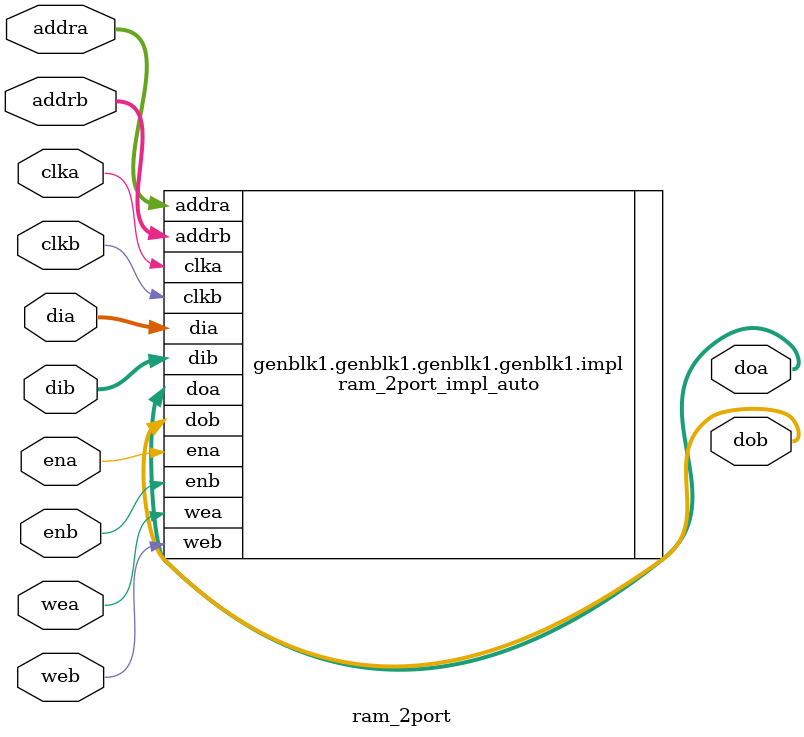
<source format=v>

`define RAM_DIRECTIVE
`define RAM_MOD_NAME ram_2port_impl_auto
`include "ram_2port_impl.vh"
`undef RAM_MOD_NAME
`undef RAM_DIRECTIVE

// Mode: REG
`define RAM_DIRECTIVE (* ram_style = "registers" *)
`define RAM_MOD_NAME ram_2port_impl_reg
`include "ram_2port_impl.vh"
`undef RAM_MOD_NAME
`undef RAM_DIRECTIVE

// Mode: LUTRAM
`define RAM_DIRECTIVE (* ram_style = "distributed" *)
`define RAM_MOD_NAME ram_2port_impl_lutram
`include "ram_2port_impl.vh"
`undef RAM_MOD_NAME
`undef RAM_DIRECTIVE

// Mode: BRAM
`define RAM_DIRECTIVE (* ram_style = "block" *)
`define RAM_MOD_NAME ram_2port_impl_bram
`include "ram_2port_impl.vh"
`undef RAM_MOD_NAME
`undef RAM_DIRECTIVE

// Mode: URAM
`define RAM_DIRECTIVE (* ram_style = "ultra" *)
`define RAM_MOD_NAME ram_2port_impl_uram
`include "ram_2port_impl.vh"
`undef RAM_MOD_NAME
`undef RAM_DIRECTIVE

module ram_2port #(
  parameter DWIDTH    = 32,           // Width of the memory block
  parameter AWIDTH    = 9,            // log2 of the depth of the memory block
  parameter RW_MODE   = "READ-FIRST", // Read-write mode {READ-FIRST, WRITE-FIRST, NO-CHANGE, B-READ-ONLY}
  parameter RAM_TYPE  = "AUTOMATIC",  // Type of RAM to infer {AUTOMATIC, REG, LUTRAM, BRAM, URAM}
  parameter OUT_REG   = 0,            // Instantiate an output register? (+1 cycle of read latency)
  parameter INIT_FILE = ""            // Optionally initialize memory with this file
) (
  input  wire              clka,
  input  wire              ena,
  input  wire              wea,
  input  wire [AWIDTH-1:0] addra,
  input  wire [DWIDTH-1:0] dia,
  output wire [DWIDTH-1:0] doa,

  input  wire              clkb,
  input  wire              enb,
  input  wire              web,
  input  wire [AWIDTH-1:0] addrb,
  input  wire [DWIDTH-1:0] dib,
  output wire [DWIDTH-1:0] dob
);

  generate
    if (RAM_TYPE == "URAM")
      ram_2port_impl_uram #(
        .DWIDTH(DWIDTH), .AWIDTH(AWIDTH), .RW_MODE(RW_MODE),
        .OUT_REG(OUT_REG), .INIT_FILE(INIT_FILE)
      ) impl (
        .clka(clka), .ena(ena), .wea(wea), .addra(addra), .dia(dia), .doa(doa),
        .clkb(clkb), .enb(enb), .web(web), .addrb(addrb), .dib(dib), .dob(dob)
      );
    else if (RAM_TYPE == "BRAM")
      ram_2port_impl_bram #(
        .DWIDTH(DWIDTH), .AWIDTH(AWIDTH), .RW_MODE(RW_MODE),
        .OUT_REG(OUT_REG), .INIT_FILE(INIT_FILE)
      ) impl (
        .clka(clka), .ena(ena), .wea(wea), .addra(addra), .dia(dia), .doa(doa),
        .clkb(clkb), .enb(enb), .web(web), .addrb(addrb), .dib(dib), .dob(dob)
      );
    else if (RAM_TYPE == "LUTRAM")
      ram_2port_impl_lutram #(
        .DWIDTH(DWIDTH), .AWIDTH(AWIDTH), .RW_MODE(RW_MODE),
        .OUT_REG(OUT_REG), .INIT_FILE(INIT_FILE)
      ) impl (
        .clka(clka), .ena(ena), .wea(wea), .addra(addra), .dia(dia), .doa(doa),
        .clkb(clkb), .enb(enb), .web(web), .addrb(addrb), .dib(dib), .dob(dob)
      );
    else if (RAM_TYPE == "REG")
      ram_2port_impl_reg #(
        .DWIDTH(DWIDTH), .AWIDTH(AWIDTH), .RW_MODE(RW_MODE),
        .OUT_REG(OUT_REG), .INIT_FILE(INIT_FILE)
      ) impl (
        .clka(clka), .ena(ena), .wea(wea), .addra(addra), .dia(dia), .doa(doa),
        .clkb(clkb), .enb(enb), .web(web), .addrb(addrb), .dib(dib), .dob(dob)
      );
    else
      ram_2port_impl_auto #(
        .DWIDTH(DWIDTH), .AWIDTH(AWIDTH), .RW_MODE(RW_MODE),
        .OUT_REG(OUT_REG), .INIT_FILE(INIT_FILE)
      ) impl (
        .clka(clka), .ena(ena), .wea(wea), .addra(addra), .dia(dia), .doa(doa),
        .clkb(clkb), .enb(enb), .web(web), .addrb(addrb), .dib(dib), .dob(dob)
      );
  endgenerate

endmodule

</source>
